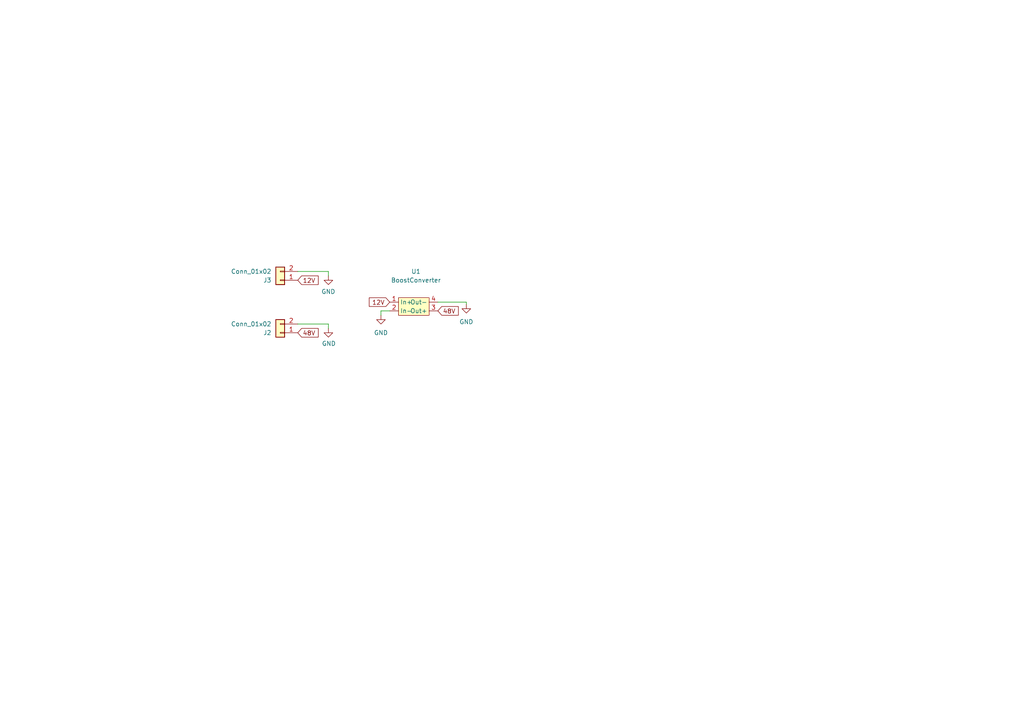
<source format=kicad_sch>
(kicad_sch (version 20231120) (generator "eeschema") (generator_version "8.0")
  (paper "A4")
  (lib_symbols
    (symbol "BoostConverter:BoostConverter"
      (property "Reference" "U" (at 0 -3.81 0))
      (property "Value" "BoostConverter" (at 0 3.81 0))
      (symbol "BoostConverter_0_1"
        (rectangle (start -5.08 2.54) (end 3.81 -2.54) (fill (type background)))
      )
      (symbol "BoostConverter_1_1"
        (pin input line (at -7.62 1.27 0) (length 2.54) (name "In+") (number "1"))
        (pin input line (at -7.62 -1.27 0) (length 2.54) (name "In-") (number "2"))
        (pin input line (at 6.35 -1.27 180) (length 2.54) (name "Out+") (number "3"))
        (pin input line (at 6.35 1.27 180) (length 2.54) (name "Out-") (number "4"))
      )
    )
    (symbol "Connector_Generic:Conn_01x02" (pin_names (offset 1.016) hide)
      (property "Reference" "J" (at 0 2.54 0))
      (property "Value" "Conn_01x02" (at 0 -5.08 0))
      (symbol "Conn_01x02_1_1"
        (rectangle (start -1.27 -2.413) (end 0 -2.667) (stroke (width 0.1524)))
        (rectangle (start -1.27 0.127) (end 0 -0.127) (stroke (width 0.1524)))
        (rectangle (start -1.27 1.27) (end 1.27 -3.81) (stroke (width 0.254)) (fill (type background)))
        (pin passive line (at -5.08 0 0) (length 3.81) (name "Pin_1") (number "1"))
        (pin passive line (at -5.08 -2.54 0) (length 3.81) (name "Pin_2") (number "2"))
      )
    )
    (symbol "power:GND" (power) (pin_names (offset 0))
      (property "Value" "GND" (at 0 -3.81 0))
      (symbol "GND_0_1"
        (polyline (pts (xy 0 0) (xy 0 -1.27) (xy 1.27 -1.27) (xy 0 -2.54) (xy -1.27 -1.27) (xy 0 -1.27)))
      )
      (symbol "GND_1_1"
        (pin power_in line (at 0 0 270) (length 0) hide (name "GND") (number "1"))
      )
    )
  )
  (wire (pts (xy 110.49 91.44) (xy 110.49 90.17)))
  (wire (pts (xy 127 87.63) (xy 135.255 87.63)))
  (wire (pts (xy 110.49 90.17) (xy 113.03 90.17)))
  (wire (pts (xy 95.25 78.74) (xy 95.25 80.01)))
  (wire (pts (xy 86.36 93.98) (xy 95.25 93.98)))
  (wire (pts (xy 95.25 93.98) (xy 95.25 95.25)))
  (wire (pts (xy 135.255 87.63) (xy 135.255 88.265)))
  (wire (pts (xy 86.36 78.74) (xy 95.25 78.74)))
  (global_label "12V" (shape input) (at 86.36 81.28 0) (property "Intersheetrefs" "${INTERSHEET_REFS}" (effects (hide yes))))
  (global_label "12V" (shape input) (at 113.03 87.63 180) (property "Intersheetrefs" "${INTERSHEET_REFS}" (effects (hide yes))))
  (global_label "48V" (shape input) (at 127 90.17 0) (property "Intersheetrefs" "${INTERSHEET_REFS}" (effects (hide yes))))
  (global_label "48V" (shape input) (at 86.36 96.52 0) (property "Intersheetrefs" "${INTERSHEET_REFS}" (effects (hide yes))))
  (symbol (lib_id "Connector_Generic:Conn_01x02") (at 81.28 96.52 180) (unit 1)
    (property "Reference" "J2" (at 78.74 96.5201 0) (effects (justify left)))
    (property "Value" "Conn_01x02" (at 78.74 93.9801 0) (effects (justify left)))
    (property "Footprint" "Connector_JST:JST_XH_B2B-XH-A_1x02_P2.50mm_Vertical" (effects (hide yes)))
    (property "Description" "Generic connector, single row, 01x02, script generated (kicad-library-utils/schlib/autogen/connector/)" (effects (hide yes)))
  )
  (symbol (lib_id "power:GND") (at 95.25 80.01 0) (unit 1)
    (property "Reference" "#PWR05" (effects (hide yes)))
    (property "Value" "GND" (at 97.282 84.582 0) (effects (justify right)))
  )
  (symbol (lib_id "power:GND") (at 110.49 91.44 0) (mirror y) (unit 1)
    (property "Reference" "#PWR01" (effects (hide yes)))
    (property "Value" "GND" (at 110.49 96.52 0))
  )
  (symbol (lib_id "Connector_Generic:Conn_01x02") (at 81.28 81.28 180) (unit 1)
    (property "Reference" "J3" (at 78.74 81.2801 0) (effects (justify left)))
    (property "Value" "Conn_01x02" (at 78.74 78.7401 0) (effects (justify left)))
    (property "Footprint" "Connector_JST:JST_XH_B2B-XH-A_1x02_P2.50mm_Vertical" (effects (hide yes)))
    (property "Description" "Generic connector, single row, 01x02, script generated (kicad-library-utils/schlib/autogen/connector/)" (effects (hide yes)))
  )
  (symbol (lib_id "BoostConverter:BoostConverter") (at 120.65 88.9 0) (unit 1)
    (property "Reference" "U1" (at 120.65 78.74 0))
    (property "Value" "BoostConverter" (at 120.65 81.28 0))
    (property "Footprint" "BoostConverter:Boost_Convertor_LM2577" (effects (hide yes)))
  )
  (symbol (lib_id "power:GND") (at 135.255 88.265 0) (mirror y) (unit 1)
    (property "Reference" "#PWR02" (effects (hide yes)))
    (property "Value" "GND" (at 135.255 93.345 0))
  )
  (symbol (lib_id "power:GND") (at 95.25 95.25 0) (unit 1)
    (property "Reference" "#PWR04" (effects (hide yes)))
    (property "Value" "GND" (at 95.377 99.6442 0))
  )
)
</source>
